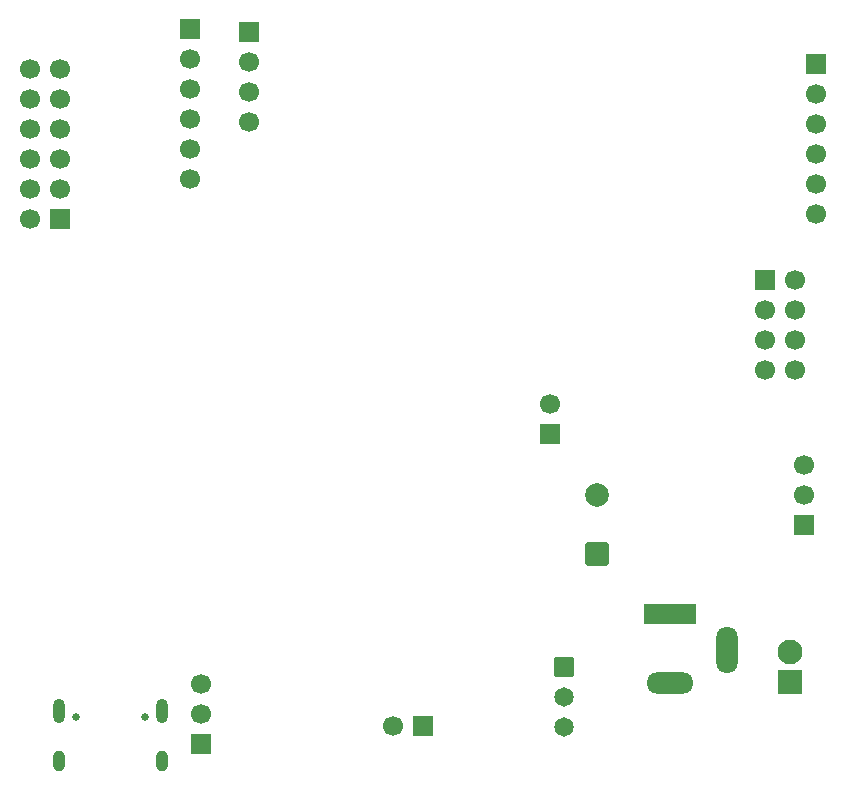
<source format=gbr>
%TF.GenerationSoftware,KiCad,Pcbnew,9.0.3*%
%TF.CreationDate,2025-07-13T20:53:51+12:00*%
%TF.ProjectId,RemiRAT,52656d69-5241-4542-9e6b-696361645f70,rev?*%
%TF.SameCoordinates,Original*%
%TF.FileFunction,Soldermask,Bot*%
%TF.FilePolarity,Negative*%
%FSLAX46Y46*%
G04 Gerber Fmt 4.6, Leading zero omitted, Abs format (unit mm)*
G04 Created by KiCad (PCBNEW 9.0.3) date 2025-07-13 20:53:51*
%MOMM*%
%LPD*%
G01*
G04 APERTURE LIST*
G04 Aperture macros list*
%AMRoundRect*
0 Rectangle with rounded corners*
0 $1 Rounding radius*
0 $2 $3 $4 $5 $6 $7 $8 $9 X,Y pos of 4 corners*
0 Add a 4 corners polygon primitive as box body*
4,1,4,$2,$3,$4,$5,$6,$7,$8,$9,$2,$3,0*
0 Add four circle primitives for the rounded corners*
1,1,$1+$1,$2,$3*
1,1,$1+$1,$4,$5*
1,1,$1+$1,$6,$7*
1,1,$1+$1,$8,$9*
0 Add four rect primitives between the rounded corners*
20,1,$1+$1,$2,$3,$4,$5,0*
20,1,$1+$1,$4,$5,$6,$7,0*
20,1,$1+$1,$6,$7,$8,$9,0*
20,1,$1+$1,$8,$9,$2,$3,0*%
G04 Aperture macros list end*
%ADD10R,4.400000X1.800000*%
%ADD11O,4.000000X1.800000*%
%ADD12O,1.800000X4.000000*%
%ADD13R,1.700000X1.700000*%
%ADD14C,1.700000*%
%ADD15C,2.100000*%
%ADD16RoundRect,0.250001X0.799999X-0.799999X0.799999X0.799999X-0.799999X0.799999X-0.799999X-0.799999X0*%
%ADD17RoundRect,0.250000X0.750000X-0.750000X0.750000X0.750000X-0.750000X0.750000X-0.750000X-0.750000X0*%
%ADD18C,2.000000*%
%ADD19C,0.650000*%
%ADD20O,1.000000X2.100000*%
%ADD21O,1.000000X1.800000*%
%ADD22RoundRect,0.102000X-0.724000X0.724000X-0.724000X-0.724000X0.724000X-0.724000X0.724000X0.724000X0*%
%ADD23C,1.652000*%
G04 APERTURE END LIST*
D10*
%TO.C,J15*%
X175700000Y-106000000D03*
D11*
X175700000Y-111800000D03*
D12*
X180500000Y-109000000D03*
%TD*%
D13*
%TO.C,J14*%
X154775000Y-115500000D03*
D14*
X152235000Y-115500000D03*
%TD*%
D15*
%TO.C,J10*%
X185800000Y-109230000D03*
D16*
X185800000Y-111770000D03*
%TD*%
D17*
%TO.C,C11*%
X169500000Y-100867677D03*
D18*
X169500000Y-95867677D03*
%TD*%
D13*
%TO.C,J11*%
X136000000Y-117000000D03*
D14*
X136000000Y-114460000D03*
X136000000Y-111920000D03*
%TD*%
D13*
%TO.C,J3*%
X188000000Y-59460000D03*
D14*
X188000000Y-62000000D03*
X188000000Y-64540000D03*
X188000000Y-67080000D03*
X188000000Y-69620000D03*
X188000000Y-72160000D03*
%TD*%
D13*
%TO.C,J9*%
X183725000Y-77690000D03*
D14*
X186265000Y-77690000D03*
X183725000Y-80230000D03*
X186265000Y-80230000D03*
X183725000Y-82770000D03*
X186265000Y-82770000D03*
X183725000Y-85310000D03*
X186265000Y-85310000D03*
%TD*%
D13*
%TO.C,J7*%
X140000000Y-56690000D03*
D14*
X140000000Y-59230000D03*
X140000000Y-61770000D03*
X140000000Y-64310000D03*
%TD*%
D13*
%TO.C,J12*%
X165500000Y-90775000D03*
D14*
X165500000Y-88235000D03*
%TD*%
D19*
%TO.C,J1*%
X125410000Y-114712500D03*
X131190000Y-114712500D03*
D20*
X123980000Y-114212500D03*
D21*
X123980000Y-118392500D03*
D20*
X132620000Y-114212500D03*
D21*
X132620000Y-118392500D03*
%TD*%
D13*
%TO.C,J12*%
X187000000Y-98440000D03*
D14*
X187000000Y-95900000D03*
X187000000Y-93360000D03*
%TD*%
D22*
%TO.C,VR2*%
X166700000Y-110500000D03*
D23*
X166700000Y-113040000D03*
X166700000Y-115580000D03*
%TD*%
D13*
%TO.C,J8*%
X124040000Y-72540000D03*
D14*
X121500000Y-72540000D03*
X124040000Y-70000000D03*
X121500000Y-70000000D03*
X124040000Y-67460000D03*
X121500000Y-67460000D03*
X124040000Y-64920000D03*
X121500000Y-64920000D03*
X124040000Y-62380000D03*
X121500000Y-62380000D03*
X124040000Y-59840000D03*
X121500000Y-59840000D03*
%TD*%
D13*
%TO.C,J6*%
X135000000Y-56420000D03*
D14*
X135000000Y-58960000D03*
X135000000Y-61500000D03*
X135000000Y-64040000D03*
X135000000Y-66580000D03*
X135000000Y-69120000D03*
%TD*%
M02*

</source>
